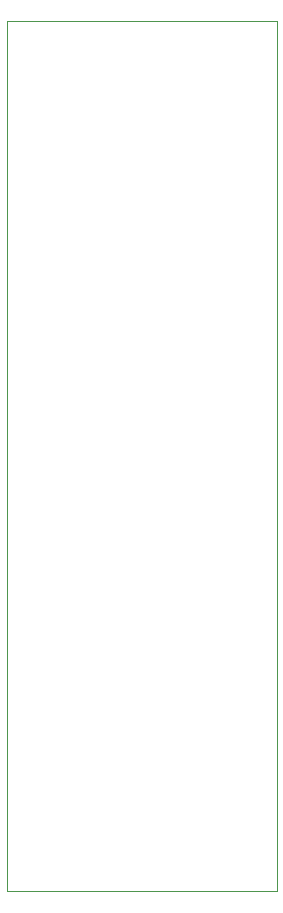
<source format=gko>
G75*
G70*
%OFA0B0*%
%FSLAX24Y24*%
%IPPOS*%
%LPD*%
%AMOC8*
5,1,8,0,0,1.08239X$1,22.5*
%
%ADD10C,0.0000*%
D10*
X002127Y000151D02*
X002127Y029151D01*
X011119Y029151D01*
X011119Y000151D01*
X002127Y000151D01*
M02*

</source>
